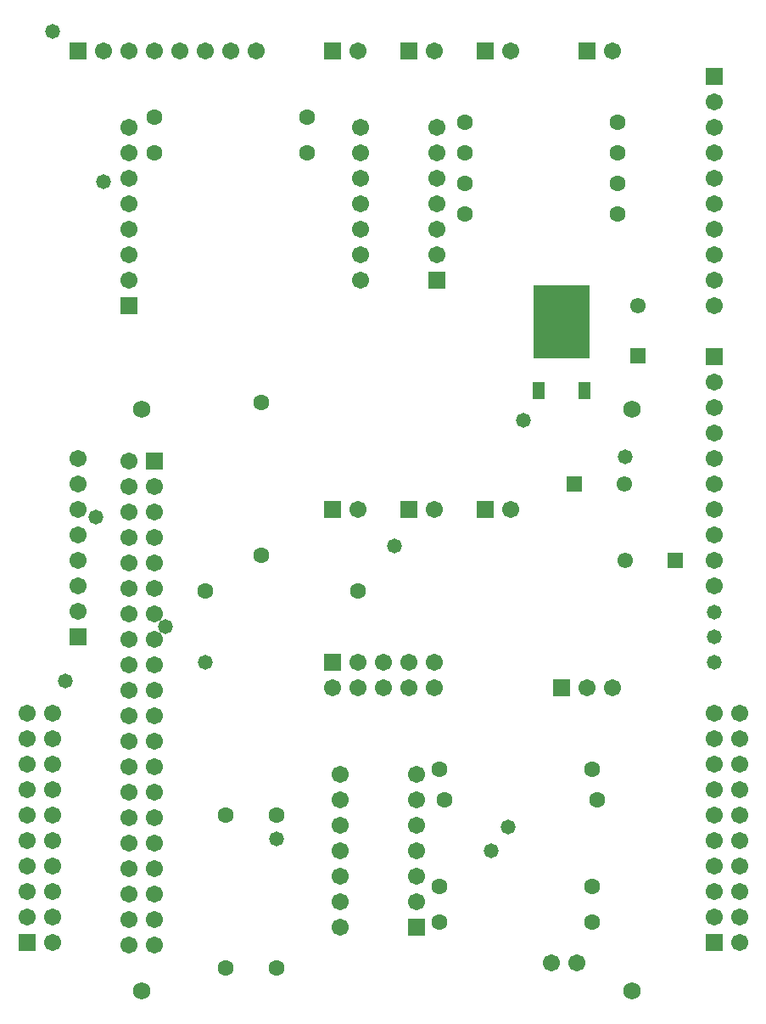
<source format=gts>
G04 Layer_Color=8388736*
%FSLAX44Y44*%
%MOMM*%
G71*
G01*
G75*
%ADD27R,1.2032X1.8032*%
%ADD28R,5.7032X7.3032*%
%ADD29C,1.7032*%
%ADD30R,1.7032X1.7032*%
%ADD31R,1.5532X1.5532*%
%ADD32C,1.5532*%
%ADD33R,1.5532X1.5532*%
%ADD34R,1.7032X1.7032*%
%ADD35C,1.7272*%
%ADD36C,1.6032*%
%ADD37C,1.4732*%
D27*
X1165850Y1184950D02*
D03*
X1120150D02*
D03*
D28*
X1143000Y1253450D02*
D03*
D29*
X1158240Y614680D02*
D03*
X1132840D02*
D03*
X1168400Y889000D02*
D03*
X1193800D02*
D03*
X1295400Y1270000D02*
D03*
Y1295400D02*
D03*
Y1320800D02*
D03*
Y1346200D02*
D03*
Y1371600D02*
D03*
Y1397000D02*
D03*
Y1422400D02*
D03*
Y1447800D02*
D03*
Y1473200D02*
D03*
Y990600D02*
D03*
Y1016000D02*
D03*
Y1041400D02*
D03*
Y1066800D02*
D03*
Y1092200D02*
D03*
Y1117600D02*
D03*
Y1143000D02*
D03*
Y1168400D02*
D03*
Y1193800D02*
D03*
X711200Y632460D02*
D03*
X736600D02*
D03*
X711200Y657860D02*
D03*
X736600D02*
D03*
X711200Y683260D02*
D03*
X736600D02*
D03*
X711200Y708660D02*
D03*
X736600D02*
D03*
X711200Y734060D02*
D03*
X736600D02*
D03*
X711200Y759460D02*
D03*
X736600D02*
D03*
X711200Y784860D02*
D03*
X736600D02*
D03*
X711200Y810260D02*
D03*
X736600D02*
D03*
X711200Y835660D02*
D03*
X736600D02*
D03*
X711200Y861060D02*
D03*
X736600D02*
D03*
X711200Y886460D02*
D03*
X736600D02*
D03*
X711200Y911860D02*
D03*
X736600D02*
D03*
X711200Y937260D02*
D03*
X736600D02*
D03*
X711200Y962660D02*
D03*
X736600D02*
D03*
X711200Y988060D02*
D03*
X736600D02*
D03*
X711200Y1013460D02*
D03*
X736600D02*
D03*
X711200Y1038860D02*
D03*
X736600D02*
D03*
X711200Y1064260D02*
D03*
X736600D02*
D03*
X711200Y1089660D02*
D03*
X736600D02*
D03*
X711200Y1115060D02*
D03*
X635000Y635000D02*
D03*
X609600Y660400D02*
D03*
X635000D02*
D03*
X609600Y685800D02*
D03*
X635000D02*
D03*
X609600Y711200D02*
D03*
X635000D02*
D03*
X609600Y736600D02*
D03*
X635000D02*
D03*
X609600Y762000D02*
D03*
X635000D02*
D03*
X609600Y787400D02*
D03*
X635000D02*
D03*
X609600Y812800D02*
D03*
X635000D02*
D03*
X609600Y838200D02*
D03*
X635000D02*
D03*
X609600Y863600D02*
D03*
X635000D02*
D03*
X1320800Y635000D02*
D03*
X1295400Y660400D02*
D03*
X1320800D02*
D03*
X1295400Y685800D02*
D03*
X1320800D02*
D03*
X1295400Y711200D02*
D03*
X1320800D02*
D03*
X1295400Y736600D02*
D03*
X1320800D02*
D03*
X1295400Y762000D02*
D03*
X1320800D02*
D03*
X1295400Y787400D02*
D03*
X1320800D02*
D03*
X1295400Y812800D02*
D03*
X1320800D02*
D03*
X1295400Y838200D02*
D03*
X1320800D02*
D03*
X1295400Y863600D02*
D03*
X1320800D02*
D03*
X685800Y1524000D02*
D03*
X711200D02*
D03*
X736600D02*
D03*
X762000D02*
D03*
X787400D02*
D03*
X812800D02*
D03*
X838200D02*
D03*
X711200Y1295400D02*
D03*
Y1320800D02*
D03*
Y1346200D02*
D03*
Y1371600D02*
D03*
Y1397000D02*
D03*
Y1422400D02*
D03*
Y1447800D02*
D03*
X660400Y965200D02*
D03*
Y990600D02*
D03*
Y1016000D02*
D03*
Y1041400D02*
D03*
Y1066800D02*
D03*
Y1092200D02*
D03*
Y1117600D02*
D03*
X1193800Y1524000D02*
D03*
X1016000D02*
D03*
X939800D02*
D03*
X1092200D02*
D03*
Y1066800D02*
D03*
X939800D02*
D03*
X1016000D02*
D03*
Y889000D02*
D03*
Y914400D02*
D03*
X990600Y889000D02*
D03*
Y914400D02*
D03*
X965200Y889000D02*
D03*
Y914400D02*
D03*
X939800Y889000D02*
D03*
Y914400D02*
D03*
X914400Y889000D02*
D03*
X942340Y1447800D02*
D03*
Y1422400D02*
D03*
Y1397000D02*
D03*
Y1371600D02*
D03*
Y1346200D02*
D03*
Y1320800D02*
D03*
Y1295400D02*
D03*
X1018540Y1447800D02*
D03*
Y1422400D02*
D03*
Y1397000D02*
D03*
Y1371600D02*
D03*
Y1346200D02*
D03*
Y1320800D02*
D03*
X922020Y802640D02*
D03*
Y777240D02*
D03*
Y751840D02*
D03*
Y726440D02*
D03*
Y701040D02*
D03*
Y675640D02*
D03*
Y650240D02*
D03*
X998220Y802640D02*
D03*
Y777240D02*
D03*
Y751840D02*
D03*
Y726440D02*
D03*
Y701040D02*
D03*
Y675640D02*
D03*
D30*
X1143000Y889000D02*
D03*
X660400Y1524000D02*
D03*
X1168400D02*
D03*
X990600D02*
D03*
X914400D02*
D03*
X1066800D02*
D03*
Y1066800D02*
D03*
X914400D02*
D03*
X990600D02*
D03*
X914400Y914400D02*
D03*
X1018540Y1295400D02*
D03*
X998220Y650240D02*
D03*
D31*
X1256900Y1016000D02*
D03*
X1156100Y1092200D02*
D03*
D32*
X1206900Y1016000D02*
D03*
X1206100Y1092200D02*
D03*
X1219200Y1269600D02*
D03*
D33*
Y1219600D02*
D03*
D34*
X1295400Y1498600D02*
D03*
Y1219200D02*
D03*
X736600Y1115060D02*
D03*
X609600Y635000D02*
D03*
X1295400D02*
D03*
X711200Y1270000D02*
D03*
X660400Y939800D02*
D03*
D35*
X723900Y1166300D02*
D03*
X1213900Y586300D02*
D03*
X723900D02*
D03*
X1213900Y1166300D02*
D03*
D36*
X1021080Y690880D02*
D03*
X1173480D02*
D03*
Y655320D02*
D03*
X1021080D02*
D03*
X1026160Y777240D02*
D03*
X1178560D02*
D03*
X1173480Y807720D02*
D03*
X1021080D02*
D03*
X807720Y609600D02*
D03*
Y762000D02*
D03*
X858520Y609600D02*
D03*
Y762000D02*
D03*
X939800Y985520D02*
D03*
X787400D02*
D03*
X843280Y1021080D02*
D03*
Y1173480D02*
D03*
X1046480Y1391920D02*
D03*
X1198880D02*
D03*
X1046480Y1361440D02*
D03*
X1198880D02*
D03*
X1046480Y1422400D02*
D03*
X1198880D02*
D03*
X736600Y1457960D02*
D03*
X889000D02*
D03*
X736600Y1422400D02*
D03*
X889000D02*
D03*
X1198880Y1452880D02*
D03*
X1046480D02*
D03*
D37*
X685800Y1392936D02*
D03*
X1104900Y1155700D02*
D03*
X647700Y895350D02*
D03*
X787400Y914400D02*
D03*
X635000Y1543050D02*
D03*
X1206500Y1118870D02*
D03*
X1295400Y914400D02*
D03*
Y939800D02*
D03*
Y963930D02*
D03*
X678688Y1058926D02*
D03*
X1072896Y726440D02*
D03*
X976630Y1029970D02*
D03*
X747776Y949960D02*
D03*
X858520Y738124D02*
D03*
X1090000Y750000D02*
D03*
M02*

</source>
